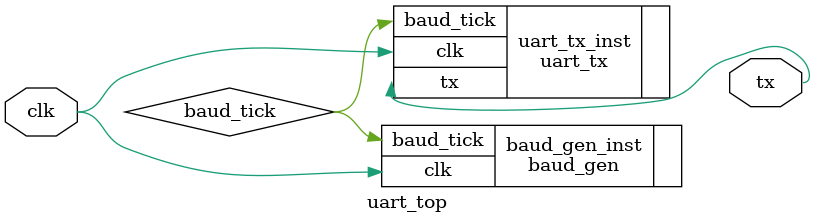
<source format=v>
`timescale 1ns / 1ps

module uart_top(
    input  wire clk,     // 100 MHz clock from Nexys A7
    output wire tx       // UART TX output to PC
);

    wire baud_tick;

    // Baud rate generator: 100 MHz -> 115200 baud
    baud_gen baud_gen_inst(
        .clk(clk),
        .baud_tick(baud_tick)
    );

    // UART transmitter
    uart_tx uart_tx_inst(
        .clk(clk),
        .baud_tick(baud_tick),
        .tx(tx)
    );

endmodule

</source>
